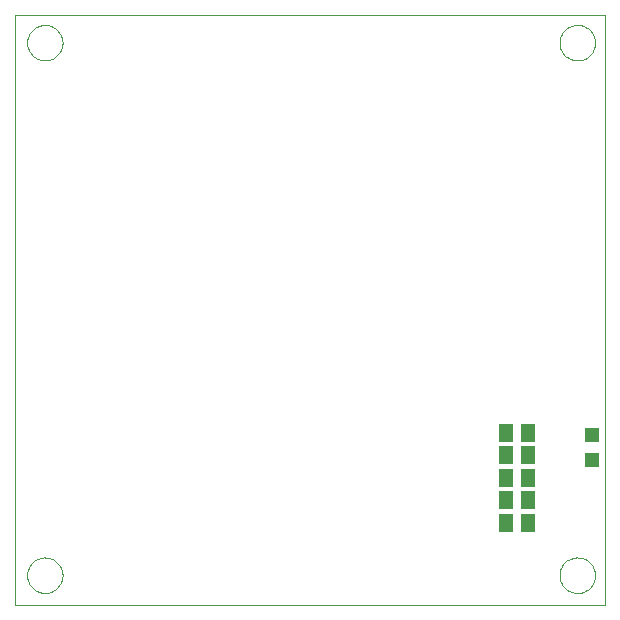
<source format=gtp>
G75*
%MOIN*%
%OFA0B0*%
%FSLAX24Y24*%
%IPPOS*%
%LPD*%
%AMOC8*
5,1,8,0,0,1.08239X$1,22.5*
%
%ADD10C,0.0000*%
%ADD11R,0.0512X0.0591*%
%ADD12R,0.0512X0.0630*%
%ADD13R,0.0472X0.0472*%
D10*
X000255Y000100D02*
X000255Y019785D01*
X019940Y019785D01*
X019940Y000100D01*
X000255Y000100D01*
X000664Y001100D02*
X000666Y001148D01*
X000672Y001196D01*
X000682Y001243D01*
X000695Y001289D01*
X000713Y001334D01*
X000733Y001378D01*
X000758Y001420D01*
X000786Y001459D01*
X000816Y001496D01*
X000850Y001530D01*
X000887Y001562D01*
X000925Y001591D01*
X000966Y001616D01*
X001009Y001638D01*
X001054Y001656D01*
X001100Y001670D01*
X001147Y001681D01*
X001195Y001688D01*
X001243Y001691D01*
X001291Y001690D01*
X001339Y001685D01*
X001387Y001676D01*
X001433Y001664D01*
X001478Y001647D01*
X001522Y001627D01*
X001564Y001604D01*
X001604Y001577D01*
X001642Y001547D01*
X001677Y001514D01*
X001709Y001478D01*
X001739Y001440D01*
X001765Y001399D01*
X001787Y001356D01*
X001807Y001312D01*
X001822Y001267D01*
X001834Y001220D01*
X001842Y001172D01*
X001846Y001124D01*
X001846Y001076D01*
X001842Y001028D01*
X001834Y000980D01*
X001822Y000933D01*
X001807Y000888D01*
X001787Y000844D01*
X001765Y000801D01*
X001739Y000760D01*
X001709Y000722D01*
X001677Y000686D01*
X001642Y000653D01*
X001604Y000623D01*
X001564Y000596D01*
X001522Y000573D01*
X001478Y000553D01*
X001433Y000536D01*
X001387Y000524D01*
X001339Y000515D01*
X001291Y000510D01*
X001243Y000509D01*
X001195Y000512D01*
X001147Y000519D01*
X001100Y000530D01*
X001054Y000544D01*
X001009Y000562D01*
X000966Y000584D01*
X000925Y000609D01*
X000887Y000638D01*
X000850Y000670D01*
X000816Y000704D01*
X000786Y000741D01*
X000758Y000780D01*
X000733Y000822D01*
X000713Y000866D01*
X000695Y000911D01*
X000682Y000957D01*
X000672Y001004D01*
X000666Y001052D01*
X000664Y001100D01*
X000664Y018850D02*
X000666Y018898D01*
X000672Y018946D01*
X000682Y018993D01*
X000695Y019039D01*
X000713Y019084D01*
X000733Y019128D01*
X000758Y019170D01*
X000786Y019209D01*
X000816Y019246D01*
X000850Y019280D01*
X000887Y019312D01*
X000925Y019341D01*
X000966Y019366D01*
X001009Y019388D01*
X001054Y019406D01*
X001100Y019420D01*
X001147Y019431D01*
X001195Y019438D01*
X001243Y019441D01*
X001291Y019440D01*
X001339Y019435D01*
X001387Y019426D01*
X001433Y019414D01*
X001478Y019397D01*
X001522Y019377D01*
X001564Y019354D01*
X001604Y019327D01*
X001642Y019297D01*
X001677Y019264D01*
X001709Y019228D01*
X001739Y019190D01*
X001765Y019149D01*
X001787Y019106D01*
X001807Y019062D01*
X001822Y019017D01*
X001834Y018970D01*
X001842Y018922D01*
X001846Y018874D01*
X001846Y018826D01*
X001842Y018778D01*
X001834Y018730D01*
X001822Y018683D01*
X001807Y018638D01*
X001787Y018594D01*
X001765Y018551D01*
X001739Y018510D01*
X001709Y018472D01*
X001677Y018436D01*
X001642Y018403D01*
X001604Y018373D01*
X001564Y018346D01*
X001522Y018323D01*
X001478Y018303D01*
X001433Y018286D01*
X001387Y018274D01*
X001339Y018265D01*
X001291Y018260D01*
X001243Y018259D01*
X001195Y018262D01*
X001147Y018269D01*
X001100Y018280D01*
X001054Y018294D01*
X001009Y018312D01*
X000966Y018334D01*
X000925Y018359D01*
X000887Y018388D01*
X000850Y018420D01*
X000816Y018454D01*
X000786Y018491D01*
X000758Y018530D01*
X000733Y018572D01*
X000713Y018616D01*
X000695Y018661D01*
X000682Y018707D01*
X000672Y018754D01*
X000666Y018802D01*
X000664Y018850D01*
X018414Y018850D02*
X018416Y018898D01*
X018422Y018946D01*
X018432Y018993D01*
X018445Y019039D01*
X018463Y019084D01*
X018483Y019128D01*
X018508Y019170D01*
X018536Y019209D01*
X018566Y019246D01*
X018600Y019280D01*
X018637Y019312D01*
X018675Y019341D01*
X018716Y019366D01*
X018759Y019388D01*
X018804Y019406D01*
X018850Y019420D01*
X018897Y019431D01*
X018945Y019438D01*
X018993Y019441D01*
X019041Y019440D01*
X019089Y019435D01*
X019137Y019426D01*
X019183Y019414D01*
X019228Y019397D01*
X019272Y019377D01*
X019314Y019354D01*
X019354Y019327D01*
X019392Y019297D01*
X019427Y019264D01*
X019459Y019228D01*
X019489Y019190D01*
X019515Y019149D01*
X019537Y019106D01*
X019557Y019062D01*
X019572Y019017D01*
X019584Y018970D01*
X019592Y018922D01*
X019596Y018874D01*
X019596Y018826D01*
X019592Y018778D01*
X019584Y018730D01*
X019572Y018683D01*
X019557Y018638D01*
X019537Y018594D01*
X019515Y018551D01*
X019489Y018510D01*
X019459Y018472D01*
X019427Y018436D01*
X019392Y018403D01*
X019354Y018373D01*
X019314Y018346D01*
X019272Y018323D01*
X019228Y018303D01*
X019183Y018286D01*
X019137Y018274D01*
X019089Y018265D01*
X019041Y018260D01*
X018993Y018259D01*
X018945Y018262D01*
X018897Y018269D01*
X018850Y018280D01*
X018804Y018294D01*
X018759Y018312D01*
X018716Y018334D01*
X018675Y018359D01*
X018637Y018388D01*
X018600Y018420D01*
X018566Y018454D01*
X018536Y018491D01*
X018508Y018530D01*
X018483Y018572D01*
X018463Y018616D01*
X018445Y018661D01*
X018432Y018707D01*
X018422Y018754D01*
X018416Y018802D01*
X018414Y018850D01*
X018414Y001100D02*
X018416Y001148D01*
X018422Y001196D01*
X018432Y001243D01*
X018445Y001289D01*
X018463Y001334D01*
X018483Y001378D01*
X018508Y001420D01*
X018536Y001459D01*
X018566Y001496D01*
X018600Y001530D01*
X018637Y001562D01*
X018675Y001591D01*
X018716Y001616D01*
X018759Y001638D01*
X018804Y001656D01*
X018850Y001670D01*
X018897Y001681D01*
X018945Y001688D01*
X018993Y001691D01*
X019041Y001690D01*
X019089Y001685D01*
X019137Y001676D01*
X019183Y001664D01*
X019228Y001647D01*
X019272Y001627D01*
X019314Y001604D01*
X019354Y001577D01*
X019392Y001547D01*
X019427Y001514D01*
X019459Y001478D01*
X019489Y001440D01*
X019515Y001399D01*
X019537Y001356D01*
X019557Y001312D01*
X019572Y001267D01*
X019584Y001220D01*
X019592Y001172D01*
X019596Y001124D01*
X019596Y001076D01*
X019592Y001028D01*
X019584Y000980D01*
X019572Y000933D01*
X019557Y000888D01*
X019537Y000844D01*
X019515Y000801D01*
X019489Y000760D01*
X019459Y000722D01*
X019427Y000686D01*
X019392Y000653D01*
X019354Y000623D01*
X019314Y000596D01*
X019272Y000573D01*
X019228Y000553D01*
X019183Y000536D01*
X019137Y000524D01*
X019089Y000515D01*
X019041Y000510D01*
X018993Y000509D01*
X018945Y000512D01*
X018897Y000519D01*
X018850Y000530D01*
X018804Y000544D01*
X018759Y000562D01*
X018716Y000584D01*
X018675Y000609D01*
X018637Y000638D01*
X018600Y000670D01*
X018566Y000704D01*
X018536Y000741D01*
X018508Y000780D01*
X018483Y000822D01*
X018463Y000866D01*
X018445Y000911D01*
X018432Y000957D01*
X018422Y001004D01*
X018416Y001052D01*
X018414Y001100D01*
D11*
X017379Y002850D03*
X016631Y002850D03*
X016631Y003600D03*
X016631Y004350D03*
X017379Y004350D03*
X017379Y003600D03*
X017379Y005100D03*
X016631Y005100D03*
D12*
X016631Y005850D03*
X017379Y005850D03*
D13*
X019505Y005763D03*
X019505Y004937D03*
M02*

</source>
